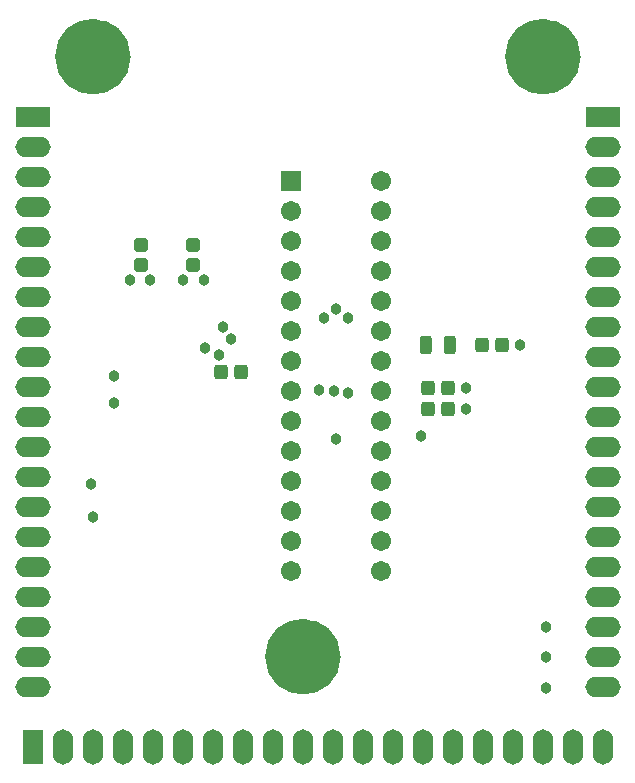
<source format=gts>
G04 Layer_Color=8388736*
%FSLAX25Y25*%
%MOIN*%
G70*
G01*
G75*
%ADD33C,0.06299*%
G04:AMPARAMS|DCode=34|XSize=47.37mil|YSize=43.43mil|CornerRadius=8.43mil|HoleSize=0mil|Usage=FLASHONLY|Rotation=180.000|XOffset=0mil|YOffset=0mil|HoleType=Round|Shape=RoundedRectangle|*
%AMROUNDEDRECTD34*
21,1,0.04737,0.02658,0,0,180.0*
21,1,0.03051,0.04343,0,0,180.0*
1,1,0.01686,-0.01526,0.01329*
1,1,0.01686,0.01526,0.01329*
1,1,0.01686,0.01526,-0.01329*
1,1,0.01686,-0.01526,-0.01329*
%
%ADD34ROUNDEDRECTD34*%
G04:AMPARAMS|DCode=35|XSize=47.37mil|YSize=43.43mil|CornerRadius=8.43mil|HoleSize=0mil|Usage=FLASHONLY|Rotation=90.000|XOffset=0mil|YOffset=0mil|HoleType=Round|Shape=RoundedRectangle|*
%AMROUNDEDRECTD35*
21,1,0.04737,0.02658,0,0,90.0*
21,1,0.03051,0.04343,0,0,90.0*
1,1,0.01686,0.01329,0.01526*
1,1,0.01686,0.01329,-0.01526*
1,1,0.01686,-0.01329,-0.01526*
1,1,0.01686,-0.01329,0.01526*
%
%ADD35ROUNDEDRECTD35*%
G04:AMPARAMS|DCode=36|XSize=59.18mil|YSize=39.5mil|CornerRadius=7.94mil|HoleSize=0mil|Usage=FLASHONLY|Rotation=90.000|XOffset=0mil|YOffset=0mil|HoleType=Round|Shape=RoundedRectangle|*
%AMROUNDEDRECTD36*
21,1,0.05918,0.02362,0,0,90.0*
21,1,0.04331,0.03950,0,0,90.0*
1,1,0.01587,0.01181,0.02165*
1,1,0.01587,0.01181,-0.02165*
1,1,0.01587,-0.01181,-0.02165*
1,1,0.01587,-0.01181,0.02165*
%
%ADD36ROUNDEDRECTD36*%
%ADD37C,0.06706*%
%ADD38R,0.06706X0.06706*%
%ADD39C,0.17623*%
%ADD40O,0.11800X0.06800*%
%ADD41R,0.11800X0.06800*%
%ADD42O,0.06800X0.11800*%
%ADD43R,0.06800X0.11800*%
%ADD44C,0.03800*%
D33*
X393449Y228500D02*
G03*
X393449Y228500I-9449J0D01*
G01*
X323449Y428500D02*
G03*
X323449Y428500I-9449J0D01*
G01*
X473449D02*
G03*
X473449Y428500I-9449J0D01*
G01*
D34*
X330000Y365847D02*
D03*
Y359154D02*
D03*
X347500Y365846D02*
D03*
Y359154D02*
D03*
D35*
X443654Y332500D02*
D03*
X450347D02*
D03*
X425654Y311000D02*
D03*
X432347D02*
D03*
X356653Y323500D02*
D03*
X363347D02*
D03*
X432346Y318000D02*
D03*
X425654D02*
D03*
D36*
X433000Y332500D02*
D03*
X425126D02*
D03*
D37*
X410000Y257000D02*
D03*
Y267000D02*
D03*
Y277000D02*
D03*
Y287000D02*
D03*
Y297000D02*
D03*
Y307000D02*
D03*
Y317000D02*
D03*
Y327000D02*
D03*
Y337000D02*
D03*
Y347000D02*
D03*
Y357000D02*
D03*
Y367000D02*
D03*
Y377000D02*
D03*
Y387000D02*
D03*
X380000Y257000D02*
D03*
Y267000D02*
D03*
Y277000D02*
D03*
Y287000D02*
D03*
Y297000D02*
D03*
Y307000D02*
D03*
Y317000D02*
D03*
Y327000D02*
D03*
Y337000D02*
D03*
Y347000D02*
D03*
Y357000D02*
D03*
Y367000D02*
D03*
Y377000D02*
D03*
D38*
Y387000D02*
D03*
D39*
X384000Y228500D02*
D03*
X314000Y428500D02*
D03*
X464000D02*
D03*
D40*
X484000Y218500D02*
D03*
Y228500D02*
D03*
Y238500D02*
D03*
Y248500D02*
D03*
Y258500D02*
D03*
Y268500D02*
D03*
Y278500D02*
D03*
Y288500D02*
D03*
Y298500D02*
D03*
Y308500D02*
D03*
Y318500D02*
D03*
Y328500D02*
D03*
Y338500D02*
D03*
Y348500D02*
D03*
Y358500D02*
D03*
Y368500D02*
D03*
Y378500D02*
D03*
Y388500D02*
D03*
Y398500D02*
D03*
X294000Y218500D02*
D03*
Y228500D02*
D03*
Y238500D02*
D03*
Y248500D02*
D03*
Y258500D02*
D03*
Y268500D02*
D03*
Y278500D02*
D03*
Y288500D02*
D03*
Y298500D02*
D03*
Y308500D02*
D03*
Y318500D02*
D03*
Y328500D02*
D03*
Y338500D02*
D03*
Y348500D02*
D03*
Y358500D02*
D03*
Y368500D02*
D03*
Y378500D02*
D03*
Y388500D02*
D03*
Y398500D02*
D03*
D41*
X484000Y408500D02*
D03*
X294000D02*
D03*
D42*
X484000Y198500D02*
D03*
X474000D02*
D03*
X464000D02*
D03*
X454000D02*
D03*
X444000D02*
D03*
X434000D02*
D03*
X424000D02*
D03*
X414000D02*
D03*
X404000D02*
D03*
X394000D02*
D03*
X384000D02*
D03*
X374000D02*
D03*
X364000D02*
D03*
X354000D02*
D03*
X344000D02*
D03*
X334000D02*
D03*
X324000D02*
D03*
X314000D02*
D03*
X304000D02*
D03*
D43*
X294000D02*
D03*
D44*
X321000Y313000D02*
D03*
X313500Y286000D02*
D03*
X314000Y275000D02*
D03*
X321000Y322000D02*
D03*
X351000Y354000D02*
D03*
X344000D02*
D03*
X326500D02*
D03*
X333000D02*
D03*
X465000Y218000D02*
D03*
Y228500D02*
D03*
Y238500D02*
D03*
X389500Y317500D02*
D03*
X399000Y316500D02*
D03*
X395000Y301000D02*
D03*
X423500Y302000D02*
D03*
X394500Y317000D02*
D03*
X391000Y341500D02*
D03*
X395000Y344500D02*
D03*
X399000Y341500D02*
D03*
X357500Y338500D02*
D03*
X351500Y331500D02*
D03*
X360000Y334500D02*
D03*
X356000Y329000D02*
D03*
X438500Y318000D02*
D03*
Y311000D02*
D03*
X456500Y332500D02*
D03*
M02*

</source>
